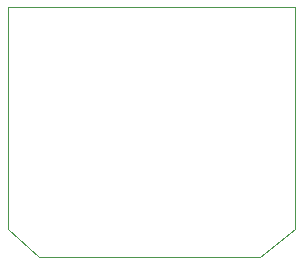
<source format=gm1>
G04 #@! TF.GenerationSoftware,KiCad,Pcbnew,(5.99.0-1105-g741783c6d)*
G04 #@! TF.CreationDate,2020-03-14T19:36:21+02:00*
G04 #@! TF.ProjectId,3pdt-basic,33706474-2d62-4617-9369-632e6b696361,rev?*
G04 #@! TF.SameCoordinates,Original*
G04 #@! TF.FileFunction,Profile,NP*
%FSLAX46Y46*%
G04 Gerber Fmt 4.6, Leading zero omitted, Abs format (unit mm)*
G04 Created by KiCad (PCBNEW (5.99.0-1105-g741783c6d)) date 2020-03-14 19:36:21*
%MOMM*%
%LPD*%
G01*
G04 APERTURE LIST*
G04 #@! TA.AperFunction,Profile*
%ADD10C,0.050000*%
G04 #@! TD*
G04 APERTURE END LIST*
D10*
X157022800Y-103581200D02*
X160020000Y-101142800D01*
X135686800Y-101193600D02*
X138379200Y-103581200D01*
X135686800Y-82346800D02*
X160020000Y-82346800D01*
X135686800Y-101193600D02*
X135686800Y-82346800D01*
X157022800Y-103581200D02*
X138379200Y-103581200D01*
X160020000Y-82346800D02*
X160020000Y-101142800D01*
M02*

</source>
